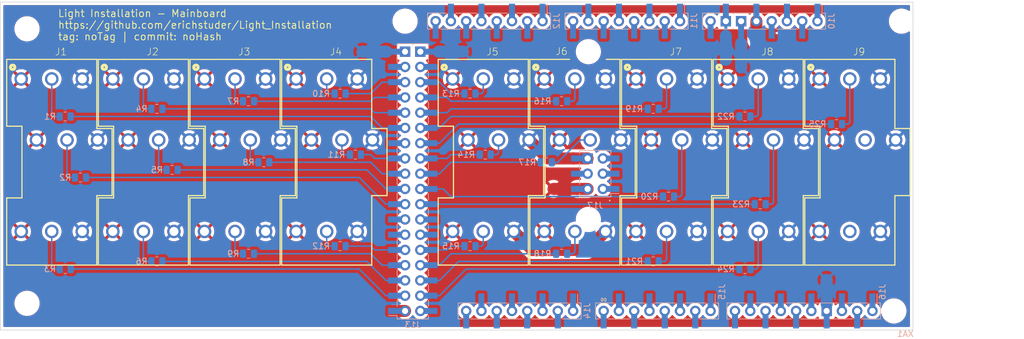
<source format=kicad_pcb>
(kicad_pcb (version 20211014) (generator pcbnew)
  (title_block (title "Mainboard") (comment 1 "${PROJECT}") (comment 2 "${PROJECT-URL}") (comment 3 "${GIT-COMMIT-HASH}") (comment 4 "${GIT-COMMIT-TAG}"))
  (layers (0 "F.Cu" signal) (31 "B.Cu" signal) (34 "B.Paste" user) (35 "F.Paste" user) (36 "B.SilkS" user "B.Silkscreen") (37 "F.SilkS" user "F.Silkscreen") (38 "B.Mask" user) (39 "F.Mask" user) (44 "Edge.Cuts" user))
  (property "GIT-COMMIT-HASH" "noHash")
  (property "GIT-COMMIT-TAG" "noTag")
  (property "PROJECT" "Light Installation - Mainboard")
  (property "PROJECT-URL" "https://github.com/erichstuder/Light_Installation")
  (net 0 "")
  (net 1 "+5V")
  (net 2 "/Leds1")
  (net 3 "GND")
  (net 4 "/Leds2")
  (net 5 "/Leds3")
  (net 6 "/Leds4")
  (net 7 "/Leds5")
  (net 8 "/Leds6")
  (net 9 "/Leds7")
  (net 10 "/Leds8")
  (net 11 "/Leds9")
  (net 12 "/Leds10")
  (net 13 "/Leds11")
  (net 14 "/Leds12")
  (net 15 "/Leds13")
  (net 16 "/Leds14")
  (net 17 "/Leds15")
  (net 18 "/Leds16")
  (net 19 "/Leds17")
  (net 20 "/Leds18")
  (net 21 "/Leds19")
  (net 22 "/Leds20")
  (net 23 "/Leds21")
  (net 24 "/Leds22")
  (net 25 "/Leds23")
  (net 26 "/Leds24")
  (net 27 "/Leds25")
  (net 28 "/D22")
  (net 29 "/D23")
  (net 30 "/D24")
  (net 31 "/D25")
  (net 32 "/D26")
  (net 33 "/D27")
  (net 34 "/D28")
  (net 35 "/D29")
  (net 36 "/D30")
  (net 37 "/D31")
  (net 38 "/D32")
  (net 39 "/D33")
  (net 40 "/D34")
  (net 41 "/D35")
  (net 42 "/D36")
  (net 43 "/D37")
  (net 44 "/D38")
  (net 45 "/D39")
  (net 46 "/D40")
  (net 47 "/D41")
  (net 48 "/D42")
  (net 49 "/D43")
  (net 50 "/D47")
  (net 51 "/D48")
  (net 52 "/D49")
  (net 54 "/IORF")
  (net 55 "/RST1")
  (net 56 "/3V3")
  (net 57 "/5V1")
  (net 58 "/GND2")
  (net 59 "/GND3")
  (net 60 "/VIN")
  (net 61 "/A0")
  (net 62 "/A1")
  (net 63 "/A2")
  (net 64 "/A3")
  (net 65 "/A4")
  (net 66 "/A5")
  (net 67 "/A6")
  (net 68 "/A7")
  (net 69 "/A8")
  (net 70 "/A9")
  (net 71 "/A10")
  (net 72 "/A11")
  (net 73 "/A12")
  (net 74 "/A13")
  (net 75 "/A14")
  (net 76 "/A15")
  (net 77 "/5V3")
  (net 78 "/5V4")
  (net 79 "/D44")
  (net 80 "/D45")
  (net 81 "/D46")
  (net 82 "/D50")
  (net 83 "/D51")
  (net 84 "/D52")
  (net 85 "/D53")
  (net 86 "/GND5")
  (net 87 "/GND6")
  (net 88 "/D14")
  (net 89 "/D15")
  (net 90 "/D16")
  (net 91 "/D17")
  (net 92 "/D18")
  (net 93 "/D19")
  (net 94 "/D20")
  (net 95 "/D21")
  (net 96 "/D7")
  (net 97 "/D6")
  (net 98 "/D5")
  (net 99 "/D4")
  (net 100 "/D3")
  (net 101 "/D2")
  (net 102 "/D1")
  (net 103 "/D0")
  (net 104 "/SCL")
  (net 105 "/SDA")
  (net 106 "/AREF")
  (net 107 "/GND1")
  (net 108 "/D13")
  (net 109 "/D12")
  (net 110 "/D11")
  (net 112 "/D10")
  (net 113 "/D9")
  (net 115 "/D8")
  (net 116 "/MISO")
  (net 117 "/5V2")
  (net 118 "/SCK")
  (net 119 "/MOSI")
  (net 120 "/RST2")
  (net 121 "/GND4")
  (footprint "Wuerth:691247510009" (layer "F.Cu") (at 89.2 85.185)
    (fp_text reference "J3")
    (fp_text value "Conn_01x09")
  )
  (footprint "MountingHole:MountingHole_3.2mm_M3" (layer "F.Cu") (at 52.07 66.675)
    (fp_text reference "H1" hide)
    (fp_text value "MountingHole" hide)
  )
  (footprint "NetTie:NetTie-2_SMD_Pad2.0mm" (layer "F.Cu") (at 111.76 113.665)
    (fp_text reference "NT3" hide)
    (fp_text value "NetTie_2" hide)
  )
  (footprint "NetTie:NetTie-2_SMD_Pad2.0mm" (layer "F.Cu") (at 175.355 68.58 180)
    (fp_text reference "NT1" hide)
    (fp_text value "NetTie_2" hide)
  )
  (footprint "Wuerth:691247510009" (layer "F.Cu") (at 130.475 85.185)
    (fp_text reference "J5")
    (fp_text value "Conn_01x09")
  )
  (footprint "Wuerth:691247510009" (layer "F.Cu") (at 176.195 85.185)
    (fp_text reference "J8")
    (fp_text value "Conn_01x09")
  )
  (footprint "NetTie:NetTie-2_SMD_Pad2.0mm" (layer "F.Cu") (at 141.605 93.345)
    (fp_text reference "NT2" hide)
    (fp_text value "NetTie_2" hide)
  )
  (footprint "Wuerth:691247510009" (layer "F.Cu") (at 160.955 85.185)
    (fp_text reference "J7")
    (fp_text value "Conn_01x09")
  )
  (footprint "NetTie:NetTie-2_SMD_Pad2.0mm" (layer "F.Cu") (at 140.97 88.265)
    (fp_text reference "NT7" hide)
    (fp_text value "NetTie_2" hide)
  )
  (footprint "Wuerth:691247510009" (layer "F.Cu") (at 145.715 85.185)
    (fp_text reference "J6")
    (fp_text value "Conn_01x09")
  )
  (footprint "Wuerth:691247510009" (layer "F.Cu") (at 104.44 85.185)
    (fp_text reference "J4")
    (fp_text value "Conn_01x09")
  )
  (footprint "MountingHole:MountingHole_3.2mm_M3" (layer "F.Cu") (at 52.07 112.395)
    (fp_text reference "H2" hide)
    (fp_text value "MountingHole" hide)
  )
  (footprint "Wuerth:691247510009" (layer "F.Cu") (at 58.72 85.185)
    (fp_text reference "J1")
    (fp_text value "Conn_01x09")
  )
  (footprint "Wuerth:691247510009" (layer "F.Cu") (at 73.96 85.185)
    (fp_text reference "J2")
    (fp_text value "Conn_01x09")
  )
  (footprint "Wuerth:691247510009" (layer "F.Cu") (at 191.435 85.185)
    (fp_text reference "J9")
    (fp_text value "Conn_01x09")
  )
  (footprint "Arduino:Arduino_Mega2560_Shield" (layer "F.Cu") (at 211.455 62.865 180)
    (fp_text reference "XA1")
    (fp_text value "Arduino_Mega2560_Shield" hide)
  )
  (footprint "Resistor_SMD:R_0805_2012Metric" (layer "B.Cu") (at 140.97 104.14 180)
    (fp_text reference "R18")
    (fp_text value "0" hide)
  )
  (footprint "Connector_PinHeader_2.54mm:PinHeader_1x08_P2.54mm_Vertical_SMD_Pin1Right" (layer "B.Cu") (at 128.905 65.405 90)
    (fp_text reference "J12")
    (fp_text value "Conn_01x08" hide)
  )
  (footprint "Resistor_SMD:R_0805_2012Metric" (layer "B.Cu") (at 173.99 95.885 180)
    (fp_text reference "R23")
    (fp_text value "0" hide)
  )
  (footprint "Resistor_SMD:R_0805_2012Metric" (layer "B.Cu") (at 140.97 78.74 180)
    (fp_text reference "R16")
    (fp_text value "0" hide)
  )
  (footprint "Resistor_SMD:R_0805_2012Metric" (layer "B.Cu") (at 125.73 102.87 180)
    (fp_text reference "R15")
    (fp_text value "0" hide)
  )
  (footprint "Connector_PinSocket_2.54mm:PinSocket_2x03_P2.54mm_Vertical_SMD" (layer "B.Cu") (at 146.56 90.805)
    (fp_text reference "J17")
    (fp_text value "Conn_02x03_Odd_Even")
  )
  (footprint "Connector_PinHeader_2.54mm:PinHeader_2x18_P2.54mm_Vertical_SMD" (layer "B.Cu") (at 116.22 92.075)
    (fp_text reference "J13")
    (fp_text value "Conn_02x18_Odd_Even" hide)
  )
  (footprint "NetTie:NetTie-2_SMD_Pad2.0mm" (layer "B.Cu") (at 170.815 71.12 90)
    (fp_text reference "NT5" hide)
    (fp_text value "NetTie_2" hide)
  )
  (footprint "Resistor_SMD:R_0805_2012Metric" (layer "B.Cu") (at 60.96 91.44)
    (fp_text reference "R2")
    (fp_text value "0" hide)
  )
  (footprint "Resistor_SMD:R_0805_2012Metric" (layer "B.Cu") (at 88.9 104.14)
    (fp_text reference "R9")
    (fp_text value "0" hide)
  )
  (footprint "Connector_PinHeader_2.54mm:PinHeader_1x08_P2.54mm_Vertical_SMD_Pin1Right" (layer "B.Cu") (at 156.845 113.665 90)
    (fp_text reference "J15")
    (fp_text value "Conn_01x08" hide)
  )
  (footprint "Resistor_SMD:R_0805_2012Metric" (layer "B.Cu") (at 106.68 87.63)
    (fp_text reference "R11")
    (fp_text value "0" hide)
  )
  (footprint "Resistor_SMD:R_0805_2012Metric" (layer "B.Cu") (at 58.42 81.28)
    (fp_text reference "R1")
    (fp_text value "0" hide)
  )
  (footprint "Resistor_SMD:R_0805_2012Metric" (layer "B.Cu") (at 171.45 106.68 180)
    (fp_text reference "R24")
    (fp_text value "0" hide)
  )
  (footprint "NetTie:NetTie-2_SMD_Pad2.0mm" (layer "B.Cu") (at 185.036028 110.49 -90)
    (fp_text reference "NT4" hide)
    (fp_text value "NetTie_2" hide)
  )
  (footprint "Resistor_SMD:R_0805_2012Metric" (layer "B.Cu") (at 73.66 105.41)
    (fp_text reference "R6")
    (fp_text value "0" hide)
  )
  (footprint "Connector_PinHeader_2.54mm:PinHeader_1x08_P2.54mm_Vertical_SMD_Pin1Right" (layer "B.Cu") (at 174.625 65.405 90)
    (fp_text reference "J10")
    (fp_text value "Conn_01x08" hide)
  )
  (footprint "Resistor_SMD:R_0805_2012Metric" (layer "B.Cu") (at 156.21 80.01 180)
    (fp_text reference "R19")
    (fp_text value "0" hide)
  )
  (footprint "Connector_PinHeader_2.54mm:PinHeader_1x08_P2.54mm_Vertical_SMD_Pin1Right" (layer "B.Cu") (at 151.765 65.405 90)
    (fp_text reference "J11")
    (fp_text value "Conn_01x08" hide)
  )
  (footprint "Resistor_SMD:R_0805_2012Metric" (layer "B.Cu") (at 138.43 88.9 180)
    (fp_text reference "R17")
    (fp_text value "0" hide)
  )
  (footprint "Resistor_SMD:R_0805_2012Metric" (layer "B.Cu") (at 73.66 80.01)
    (fp_text reference "R4")
    (fp_text value "0" hide)
  )
  (footprint "NetTie:NetTie-2_SMD_Pad2.0mm" (layer "B.Cu") (at 109.855 70.485)
    (fp_text reference "NT9" hide)
    (fp_text value "NetTie_2" hide)
  )
  (footprint "Resistor_SMD:R_0805_2012Metric" (layer "B.Cu") (at 104.14 102.87)
    (fp_text reference "R12")
    (fp_text value "0" hide)
  )
  (footprint "Connector_PinHeader_2.54mm:PinHeader_1x10_P2.54mm_Vertical_SMD_Pin1Right" (layer "B.Cu") (at 181.225 113.665 90)
    (fp_text reference "J16")
    (fp_text value "Conn_01x10" hide)
  )
  (footprint "Resistor_SMD:R_0805_2012Metric" (layer "B.Cu") (at 88.9 78.74)
    (fp_text reference "R7")
    (fp_text value "0" hide)
  )
  (footprint "Resistor_SMD:R_0805_2012Metric" (layer "B.Cu") (at 76.2 90.17)
    (fp_text reference "R5")
    (fp_text value "0" hide)
  )
  (footprint "NetTie:NetTie-2_SMD_Pad2.0mm" (layer "B.Cu") (at 168.275 69.85 90)
    (fp_text reference "NT6" hide)
    (fp_text value "NetTie_2" hide)
  )
  (footprint "Resistor_SMD:R_0805_2012Metric" (layer "B.Cu") (at 125.73 77.47 180)
    (fp_text reference "R13")
    (fp_text value "0" hide)
  )
  (footprint "Connector_PinHeader_2.54mm:PinHeader_1x08_P2.54mm_Vertical_SMD_Pin1Right" (layer "B.Cu") (at 133.985 113.665 90)
    (fp_text reference "J14")
    (fp_text value "Conn_01x08" hide)
  )
  (footprint "Resistor_SMD:R_0805_2012Metric" (layer "B.Cu") (at 186.69 82.55 180)
    (fp_text reference "R25")
    (fp_text value "0" hide)
  )
  (footprint "Resistor_SMD:R_0805_2012Metric" (layer "B.Cu") (at 156.21 105.41 180)
    (fp_text reference "R21")
    (fp_text value "0" hide)
  )
  (footprint "Resistor_SMD:R_0805_2012Metric" (layer "B.Cu") (at 58.42 106.68)
    (fp_text reference "R3")
    (fp_text value "0" hide)
  )
  (footprint "Resistor_SMD:R_0805_2012Metric" (layer "B.Cu") (at 158.75 94.615 180)
    (fp_text reference "R20")
    (fp_text value "0" hide)
  )
  (footprint "Resistor_SMD:R_0805_2012Metric" (layer "B.Cu") (at 91.44 88.9)
    (fp_text reference "R8")
    (fp_text value "0" hide)
  )
  (footprint "Resistor_SMD:R_0805_2012Metric" (layer "B.Cu") (at 128.27 87.63 180)
    (fp_text reference "R14")
    (fp_text value "0" hide)
  )
  (footprint "Resistor_SMD:R_0805_2012Metric" (layer "B.Cu") (at 171.45 81.28 180)
    (fp_text reference "R22")
    (fp_text value "0" hide)
  )
  (footprint "Resistor_SMD:R_0805_2012Metric" (layer "B.Cu") (at 104.14 77.47)
    (fp_text reference "R10")
    (fp_text value "0" hide)
  )
  (footprint "NetTie:NetTie-2_SMD_Pad2.0mm" (layer "B.Cu") (at 122.555 70.485 180)
    (fp_text reference "NT8" hide)
    (fp_text value "NetTie_2" hide)
  )
  (gr_line (start 47.625 116.84) (end 47.625 62.23) (layer "Edge.Cuts") (width 0.1))
  (gr_line (start 47.625 62.23) (end 199.39 62.23) (layer "Edge.Cuts") (width 0.1))
  (gr_line (start 199.39 116.84) (end 47.625 116.84) (layer "Edge.Cuts") (width 0.1))
  (gr_line (start 199.39 62.23) (end 199.39 116.84) (layer "Edge.Cuts") (width 0.1))
  (gr_text "${PROJECT}\n${PROJECT-URL}\ntag: ${GIT-COMMIT-TAG} | commit: ${GIT-COMMIT-HASH}" (at 57.15 66.04) (layer "F.SilkS") (effects (font (size 1.2 1.2)) (justify left)))
  (segment (start 56.515 81.28) (end 57.5075 81.28) (width 0.25) (layer "B.Cu") (net 2))
  (segment (start 56.18 80.945) (end 56.515 81.28) (width 0.25) (layer "B.Cu") (net 2))
  (segment (start 56.18 75.025) (end 56.18 80.945) (width 0.25) (layer "B.Cu") (net 2))
  (segment (start 145.175 103.505) (end 136.095 103.505) (width 2) (layer "F.Cu") (net 3))
  (segment (start 138.635 88.265) (end 135.555 85.185) (width 2) (layer "F.Cu") (net 3))
  (segment (start 148.255 100.425) (end 145.175 103.505) (width 2) (layer "F.Cu") (net 3))
  (segment (start 136.095 103.505) (end 133.015 100.425) (width 2) (layer "F.Cu") (net 3))
  (segment (start 58.72 91.105) (end 59.055 91.44) (width 0.25) (layer "B.Cu") (net 4))
  (segment (start 58.72 85.185) (end 58.72 91.105) (width 0.25) (layer "B.Cu") (net 4))
  (segment (start 59.055 91.44) (end 60.0475 91.44) (width 0.25) (layer "B.Cu") (net 4))
  (segment (start 56.18 106.345) (end 56.515 106.68) (width 0.25) (layer "B.Cu") (net 5))
  (segment (start 56.515 106.68) (end 57.5075 106.68) (width 0.25) (layer "B.Cu") (net 5))
  (segment (start 56.18 100.425) (end 56.18 106.345) (width 0.25) (layer "B.Cu") (net 5))
  (segment (start 71.755 80.01) (end 72.7475 80.01) (width 0.25) (layer "B.Cu") (net 6))
  (segment (start 71.42 79.675) (end 71.755 80.01) (width 0.25) (layer "B.Cu") (net 6))
  (segment (start 71.42 75.025) (end 71.42 79.675) (width 0.25) (layer "B.Cu") (net 6))
  (segment (start 73.96 85.185) (end 73.96 89.835) (width 0.25) (layer "B.Cu") (net 7))
  (segment (start 73.96 89.835) (end 74.295 90.17) (width 0.25) (layer "B.Cu") (net 7))
  (segment (start 74.295 90.17) (end 75.2875 90.17) (width 0.25) (layer "B.Cu") (net 7))
  (segment (start 71.42 105.075) (end 71.755 105.41) (width 0.25) (layer "B.Cu") (net 8))
  (segment (start 71.42 100.425) (end 71.42 105.075) (width 0.25) (layer "B.Cu") (net 8))
  (segment (start 71.755 105.41) (end 72.7475 105.41) (width 0.25) (layer "B.Cu") (net 8))
  (segment (start 86.66 75.025) (end 86.66 78.405) (width 0.25) (layer "B.Cu") (net 9))
  (segment (start 86.995 78.74) (end 87.9875 78.74) (width 0.25) (layer "B.Cu") (net 9))
  (segment (start 86.66 78.405) (end 86.995 78.74) (width 0.25) (layer "B.Cu") (net 9))
  (segment (start 89.535 88.9) (end 90.5275 88.9) (width 0.25) (layer "B.Cu") (net 10))
  (segment (start 89.2 88.565) (end 89.535 88.9) (width 0.25) (layer "B.Cu") (net 10))
  (segment (start 89.2 85.185) (end 89.2 88.565) (width 0.25) (layer "B.Cu") (net 10))
  (segment (start 86.66 103.805) (end 86.995 104.14) (width 0.25) (layer "B.Cu") (net 11))
  (segment (start 86.995 104.14) (end 87.9875 104.14) (width 0.25) (layer "B.Cu") (net 11))
  (segment (start 86.66 100.425) (end 86.66 103.805) (width 0.25) (layer "B.Cu") (net 11))
  (segment (start 102.235 77.47) (end 103.2275 77.47) (width 0.25) (layer "B.Cu") (net 12))
  (segment (start 101.9 77.135) (end 102.235 77.47) (width 0.25) (layer "B.Cu") (net 12))
  (segment (start 101.9 75.025) (end 101.9 77.135) (width 0.25) (layer "B.Cu") (net 12))
  (segment (start 104.775 87.63) (end 105.7675 87.63) (width 0.25) (layer "B.Cu") (net 13))
  (segment (start 104.44 85.185) (end 104.44 87.295) (width 0.25) (layer "B.Cu") (net 13))
  (segment (start 104.44 87.295) (end 104.775 87.63) (width 0.25) (layer "B.Cu") (net 13))
  (segment (start 101.9 102.535) (end 102.235 102.87) (width 0.25) (layer "B.Cu") (net 14))
  (segment (start 102.235 102.87) (end 103.2275 102.87) (width 0.25) (layer "B.Cu") (net 14))
  (segment (start 101.9 100.425) (end 101.9 102.535) (width 0.25) (layer "B.Cu") (net 14))
  (segment (start 127.935 77.17) (end 127.635 77.47) (width 0.25) (layer "B.Cu") (net 15))
  (segment (start 127.635 77.47) (end 126.6425 77.47) (width 0.25) (layer "B.Cu") (net 15))
  (segment (start 127.935 75.025) (end 127.935 77.17) (width 0.25) (layer "B.Cu") (net 15))
  (segment (start 130.175 87.63) (end 129.1825 87.63) (width 0.25) (layer "B.Cu") (net 16))
  (segment (start 130.475 85.185) (end 130.475 87.33) (width 0.25) (layer "B.Cu") (net 16))
  (segment (start 130.475 87.33) (end 130.175 87.63) (width 0.25) (layer "B.Cu") (net 16))
  (segment (start 127.935 100.425) (end 127.935 102.57) (width 0.25) (layer "B.Cu") (net 17))
  (segment (start 127.935 102.57) (end 127.635 102.87) (width 0.25) (layer "B.Cu") (net 17))
  (segment (start 127.635 102.87) (end 126.6425 102.87) (width 0.25) (layer "B.Cu") (net 17))
  (segment (start 142.875 78.74) (end 141.8825 78.74) (width 0.25) (layer "B.Cu") (net 18))
  (segment (start 143.175 75.025) (end 143.175 78.44) (width 0.25) (layer "B.Cu") (net 18))
  (segment (start 143.175 78.44) (end 142.875 78.74) (width 0.25) (layer "B.Cu") (net 18))
  (segment (start 140.335 88.9) (end 139.3425 88.9) (width 0.25) (layer "B.Cu") (net 19))
  (segment (start 145.715 85.185) (end 144.05 85.185) (width 0.25) (layer "B.Cu") (net 19))
  (segment (start 144.05 85.185) (end 140.335 88.9) (width 0.25) (layer "B.Cu") (net 19))
  (segment (start 142.875 104.14) (end 141.8825 104.14) (width 0.25) (layer "B.Cu") (net 20))
  (segment (start 143.175 100.425) (end 143.175 103.84) (width 0.25) (layer "B.Cu") (net 20))
  (segment (start 143.175 103.84) (end 142.875 104.14) (width 0.25) (layer "B.Cu") (net 20))
  (segment (start 158.115 80.01) (end 157.1225 80.01) (width 0.25) (layer "B.Cu") (net 21))
  (segment (start 158.415 79.71) (end 158.115 80.01) (width 0.25) (layer "B.Cu") (net 21))
  (segment (start 158.415 75.025) (end 158.415 79.71) (width 0.25) (layer "B.Cu") (net 21))
  (segment (start 160.655 94.615) (end 159.6625 94.615) (width 0.25) (layer "B.Cu") (net 22))
  (segment (start 160.955 85.185) (end 160.955 94.315) (width 0.25) (layer "B.Cu") (net 22))
  (segment (start 160.955 94.315) (end 160.655 94.615) (width 0.25) (layer "B.Cu") (net 22))
  (segment (start 158.115 105.41) (end 157.1225 105.41) (width 0.25) (layer "B.Cu") (net 23))
  (segment (start 158.415 105.11) (end 158.115 105.41) (width 0.25) (layer "B.Cu") (net 23))
  (segment (start 158.415 100.425) (end 158.415 105.11) (width 0.25) (layer "B.Cu") (net 23))
  (segment (start 173.355 81.28) (end 172.3625 81.28) (width 0.25) (layer "B.Cu") (net 24))
  (segment (start 173.655 80.98) (end 173.355 81.28) (width 0.25) (layer "B.Cu") (net 24))
  (segment (start 173.655 75.025) (end 173.655 80.98) (width 0.25) (layer "B.Cu") (net 24))
  (segment (start 176.195 85.185) (end 176.195 95.585) (width 0.25) (layer "B.Cu") (net 25))
  (segment (start 176.195 95.585) (end 175.895 95.885) (width 0.25) (layer "B.Cu") (net 25))
  (segment (start 175.895 95.885) (end 174.9025 95.885) (width 0.25) (layer "B.Cu") (net 25))
  (segment (start 173.355 106.68) (end 172.3625 106.68) (width 0.25) (layer "B.Cu") (net 26))
  (segment (start 173.655 106.38) (end 173.355 106.68) (width 0.25) (layer "B.Cu") (net 26))
  (segment (start 173.655 100.425) (end 173.655 106.38) (width 0.25) (layer "B.Cu") (net 26))
  (segment (start 188.895 75.025) (end 188.895 82.25) (width 0.25) (layer "B.Cu") (net 27))
  (segment (start 188.595 82.55) (end 187.6025 82.55) (width 0.25) (layer "B.Cu") (net 27))
  (segment (start 188.895 82.25) (end 188.595 82.55) (width 0.25) (layer "B.Cu") (net 27))
  (segment (start 125.095 106.68) (end 170.5375 106.68) (width 0.25) (layer "B.Cu") (net 28))
  (segment (start 120.65 111.125) (end 125.095 106.68) (width 0.25) (layer "B.Cu") (net 28))
  (segment (start 118.745 111.125) (end 120.65 111.125) (width 0.25) (layer "B.Cu") (net 28))
  (segment (start 111.76 111.125) (end 114.935 111.125) (width 0.25) (layer "B.Cu") (net 29))
  (segment (start 107.315 106.68) (end 111.76 111.125) (width 0.25) (layer "B.Cu") (net 29))
  (segment (start 59.3325 106.68) (end 107.315 106.68) (width 0.25) (layer "B.Cu") (net 29))
  (segment (start 123.825 105.41) (end 155.2975 105.41) (width 0.25) (layer "B.Cu") (net 30))
  (segment (start 120.65 108.585) (end 123.825 105.41) (width 0.25) (layer "B.Cu") (net 30))
  (segment (start 117.475 108.585) (end 120.65 108.585) (width 0.25) (layer "B.Cu") (net 30))
  (segment (start 74.5725 105.41) (end 108.585 105.41) (width 0.25) (layer "B.Cu") (net 31))
  (segment (start 108.585 105.41) (end 111.76 108.585) (width 0.25) (layer "B.Cu") (net 31))
  (segment (start 111.76 108.585) (end 114.935 108.585) (width 0.25) (layer "B.Cu") (net 31))
  (segment (start 122.555 104.14) (end 140.0575 104.14) (width 0.25) (layer "B.Cu") (net 32))
  (segment (start 120.65 106.045) (end 122.555 104.14) (width 0.25) (layer "B.Cu") (net 32))
  (segment (start 117.475 106.045) (end 120.65 106.045) (width 0.25) (layer "B.Cu") (net 32))
  (segment (start 89.8125 104.14) (end 109.22 104.14) (width 0.25) (layer "B.Cu") (net 33))
  (segment (start 111.125 106.045) (end 114.935 106.045) (width 0.25) (layer "B.Cu") (net 33))
  (segment (start 109.22 104.14) (end 111.125 106.045) (width 0.25) (layer "B.Cu") (net 33))
  (segment (start 121.92 103.505) (end 117.475 103.505) (width 0.25) (layer "B.Cu") (net 34))
  (segment (start 124.8175 102.87) (end 122.555 102.87) (width 0.25) (layer "B.Cu") (net 34))
  (segment (start 122.555 102.87) (end 121.92 103.505) (width 0.25) (layer "B.Cu") (net 34))
  (segment (start 109.22 102.87) (end 109.855 103.505) (width 0.25) (layer "B.Cu") (net 35))
  (segment (start 105.0525 102.87) (end 109.22 102.87) (width 0.25) (layer "B.Cu") (net 35))
  (segment (start 109.855 103.505) (end 114.935 103.505) (width 0.25) (layer "B.Cu") (net 35))
  (segment (start 173.0775 95.885) (end 117.475 95.885) (width 0.25) (layer "B.Cu") (net 40))
  (segment (start 61.8725 91.44) (end 107.315 91.44) (width 0.25) (layer "B.Cu") (net 41))
  (segment (start 107.315 91.44) (end 111.76 95.885) (width 0.25) (layer "B.Cu") (net 41))
  (segment (start 111.76 95.885) (end 114.935 95.885) (width 0.25) (layer "B.Cu") (net 41))
  (segment (start 122.555 94.615) (end 157.8375 94.615) (width 0.25) (layer "B.Cu") (net 42))
  (segment (start 117.475 93.345) (end 121.285 93.345) (width 0.25) (layer "B.Cu") (net 42))
  (segment (start 121.285 93.345) (end 122.555 94.615) (width 0.25) (layer "B.Cu") (net 42))
  (segment (start 108.585 90.17) (end 77.1125 90.17) (width 0.25) (layer "B.Cu") (net 43))
  (segment (start 111.76 93.345) (end 108.585 90.17) (width 0.25) (layer "B.Cu") (net 43))
  (segment (start 114.935 93.345) (end 111.76 93.345) (width 0.25) (layer "B.Cu") (net 43))
  (segment (start 120.65 90.805) (end 122.555 88.9) (width 0.25) (layer "B.Cu") (net 44))
  (segment (start 137.5175 88.9) (end 122.555 88.9) (width 0.25) (layer "B.Cu") (net 44))
  (segment (start 118.745 90.805) (end 120.65 90.805) (width 0.25) (layer "B.Cu") (net 44))
  (segment (start 114.935 90.805) (end 111.125 90.805) (width 0.25) (layer "B.Cu") (net 45))
  (segment (start 111.125 90.805) (end 109.22 88.9) (width 0.25) (layer "B.Cu") (net 45))
  (segment (start 92.3525 88.9) (end 109.22 88.9) (width 0.25) (layer "B.Cu") (net 45))
  (segment (start 122.555 87.63) (end 121.92 88.265) (width 0.25) (layer "B.Cu") (net 46))
  (segment (start 127.3575 87.63) (end 122.555 87.63) (width 0.25) (layer "B.Cu") (net 46))
  (segment (start 121.92 88.265) (end 117.475 88.265) (width 0.25) (layer "B.Cu") (net 46))
  (segment (start 107.5925 87.63) (end 109.22 87.63) (width 0.25) (layer "B.Cu") (net 47))
  (segment (start 109.22 87.63) (end 109.855 88.265) (width 0.25) (layer "B.Cu") (net 47))
  (segment (start 109.855 88.265) (end 114.935 88.265) (width 0.25) (layer "B.Cu") (net 47))
  (segment (start 117.475 85.725) (end 120.65 85.725) (width 0.25) (layer "B.Cu") (net 48))
  (segment (start 123.825 82.55) (end 185.5 82.55) (width 0.25) (layer "B.Cu") (net 48))
  (segment (start 120.65 85.725) (end 123.825 82.55) (width 0.25) (layer "B.Cu") (net 48))
  (segment (start 185.7775 82.55) (end 182.88 82.55) (width 0.25) (layer "B.Cu") (net 48))
  (segment (start 109.22 80.01) (end 74.5725 80.01) (width 0.25) (layer "B.Cu") (net 50))
  (segment (start 109.855 80.645) (end 114.935 80.645) (width 0.25) (layer "B.Cu") (net 50))
  (segment (start 109.22 80.01) (end 109.855 80.645) (width 0.25) (layer "B.Cu") (net 50))
  (segment (start 122.555 78.74) (end 121.92 78.105) (width 0.25) (layer "B.Cu") (net 51))
  (segment (start 139.78 78.74) (end 122.555 78.74) (width 0.25) (layer "B.Cu") (net 51))
  (segment (start 121.92 78.105) (end 117.475 78.105) (width 0.25) (layer "B.Cu") (net 51))
  (segment (start 114.935 78.105) (end 109.855 78.105) (width 0.25) (layer "B.Cu") (net 52))
  (segment (start 89.8125 78.74) (end 109.22 78.74) (width 0.25) (layer "B.Cu") (net 52))
  (segment (start 109.855 78.105) (end 109.22 78.74) (width 0.25) (layer "B.Cu") (net 52))
  (segment (start 173.355 65.405) (end 173.355 68.58) (width 2) (layer "F.Cu") (net 57))
  (segment (start 168.275 65.405) (end 168.275 67.85) (width 0.5) (layer "B.Cu") (net 59))
  (segment (start 114.935 113.665) (end 113.76 113.665) (width 2) (layer "F.Cu") (net 78))
  (segment (start 122.555 81.28) (end 120.65 83.185) (width 0.25) (layer "B.Cu") (net 79))
  (segment (start 170.5375 81.28) (end 122.555 81.28) (width 0.25) (layer "B.Cu") (net 79))
  (segment (start 120.65 83.185) (end 117.475 83.185) (width 0.25) (layer "B.Cu") (net 79))
  (segment (start 59.3325 81.28) (end 109.22 81.28) (width 0.25) (layer "B.Cu") (net 80))
  (segment (start 109.22 81.28) (end 111.125 83.185) (width 0.25) (layer "B.Cu") (net 80))
  (segment (start 111.125 83.185) (end 114.935 83.185) (width 0.25) (layer "B.Cu") (net 80))
  (segment (start 121.92 80.645) (end 117.475 80.645) (width 0.25) (layer "B.Cu") (net 81))
  (segment (start 122.555 80.01) (end 121.92 80.645) (width 0.25) (layer "B.Cu") (net 81))
  (segment (start 155.2975 80.01) (end 122.555 80.01) (width 0.25) (layer "B.Cu") (net 81))
  (segment (start 120.65 75.565) (end 122.555 77.47) (width 0.25) (layer "B.Cu") (net 82))
  (segment (start 118.745 75.565) (end 120.65 75.565) (width 0.25) (layer "B.Cu") (net 82))
  (segment (start 122.555 77.47) (end 124.8175 77.47) (width 0.25) (layer "B.Cu") (net 82))
  (segment (start 109.22 77.47) (end 111.125 75.565) (width 0.25) (layer "B.Cu") (net 83))
  (segment (start 111.125 75.565) (end 114.935 75.565) (width 0.25) (layer "B.Cu") (net 83))
  (segment (start 105.0525 77.47) (end 109.22 77.47) (width 0.25) (layer "B.Cu") (net 83))
  (segment (start 143.605 93.345) (end 145.288 93.345) (width 2) (layer "F.Cu") (net 117))
  (segment (start 145.288 88.265) (end 142.97 88.265) (width 2) (layer "F.Cu") (net 121))
  (zone (net 1) (net_name "+5V") (layer "F.Cu") (connect_pads (clearance 0.508)) (min_thickness 0.254) (fill yes (thermal_gap 0.508) (thermal_bridge_width 0.508))
    (polygon (pts (xy 199.39 116.84) (xy 47.625 116.84) (xy 47.625 62.23) (xy 199.39 62.23)))
  )
  (zone (net 3) (net_name "GND") (layer "B.Cu") (connect_pads (clearance 0.508)) (min_thickness 0.254) (fill yes (thermal_gap 0.508) (thermal_bridge_width 0.508))
    (polygon (pts (xy 199.39 116.84) (xy 47.625 116.84) (xy 47.625 62.23) (xy 199.39 62.23)))
  )
)
</source>
